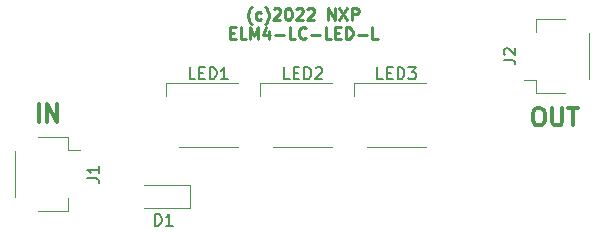
<source format=gbr>
%TF.GenerationSoftware,KiCad,Pcbnew,6.0.4-6f826c9f35~116~ubuntu20.04.1*%
%TF.CreationDate,2022-04-27T15:37:50-05:00*%
%TF.ProjectId,lc-led,6c632d6c-6564-42e6-9b69-6361645f7063,rev?*%
%TF.SameCoordinates,Original*%
%TF.FileFunction,Legend,Top*%
%TF.FilePolarity,Positive*%
%FSLAX46Y46*%
G04 Gerber Fmt 4.6, Leading zero omitted, Abs format (unit mm)*
G04 Created by KiCad (PCBNEW 6.0.4-6f826c9f35~116~ubuntu20.04.1) date 2022-04-27 15:37:50*
%MOMM*%
%LPD*%
G01*
G04 APERTURE LIST*
%ADD10C,0.300000*%
%ADD11C,0.250000*%
%ADD12C,0.150000*%
%ADD13C,0.120000*%
G04 APERTURE END LIST*
D10*
X27214285Y-41178571D02*
X27214285Y-39678571D01*
X27928571Y-41178571D02*
X27928571Y-39678571D01*
X28785714Y-41178571D01*
X28785714Y-39678571D01*
X69400000Y-39978571D02*
X69685714Y-39978571D01*
X69828571Y-40050000D01*
X69971428Y-40192857D01*
X70042857Y-40478571D01*
X70042857Y-40978571D01*
X69971428Y-41264285D01*
X69828571Y-41407142D01*
X69685714Y-41478571D01*
X69400000Y-41478571D01*
X69257142Y-41407142D01*
X69114285Y-41264285D01*
X69042857Y-40978571D01*
X69042857Y-40478571D01*
X69114285Y-40192857D01*
X69257142Y-40050000D01*
X69400000Y-39978571D01*
X70685714Y-39978571D02*
X70685714Y-41192857D01*
X70757142Y-41335714D01*
X70828571Y-41407142D01*
X70971428Y-41478571D01*
X71257142Y-41478571D01*
X71400000Y-41407142D01*
X71471428Y-41335714D01*
X71542857Y-41192857D01*
X71542857Y-39978571D01*
X72042857Y-39978571D02*
X72900000Y-39978571D01*
X72471428Y-41478571D02*
X72471428Y-39978571D01*
D11*
X45242857Y-32928333D02*
X45195238Y-32880714D01*
X45100000Y-32737857D01*
X45052380Y-32642619D01*
X45004761Y-32499761D01*
X44957142Y-32261666D01*
X44957142Y-32071190D01*
X45004761Y-31833095D01*
X45052380Y-31690238D01*
X45100000Y-31595000D01*
X45195238Y-31452142D01*
X45242857Y-31404523D01*
X46052380Y-32499761D02*
X45957142Y-32547380D01*
X45766666Y-32547380D01*
X45671428Y-32499761D01*
X45623809Y-32452142D01*
X45576190Y-32356904D01*
X45576190Y-32071190D01*
X45623809Y-31975952D01*
X45671428Y-31928333D01*
X45766666Y-31880714D01*
X45957142Y-31880714D01*
X46052380Y-31928333D01*
X46385714Y-32928333D02*
X46433333Y-32880714D01*
X46528571Y-32737857D01*
X46576190Y-32642619D01*
X46623809Y-32499761D01*
X46671428Y-32261666D01*
X46671428Y-32071190D01*
X46623809Y-31833095D01*
X46576190Y-31690238D01*
X46528571Y-31595000D01*
X46433333Y-31452142D01*
X46385714Y-31404523D01*
X47100000Y-31642619D02*
X47147619Y-31595000D01*
X47242857Y-31547380D01*
X47480952Y-31547380D01*
X47576190Y-31595000D01*
X47623809Y-31642619D01*
X47671428Y-31737857D01*
X47671428Y-31833095D01*
X47623809Y-31975952D01*
X47052380Y-32547380D01*
X47671428Y-32547380D01*
X48290476Y-31547380D02*
X48385714Y-31547380D01*
X48480952Y-31595000D01*
X48528571Y-31642619D01*
X48576190Y-31737857D01*
X48623809Y-31928333D01*
X48623809Y-32166428D01*
X48576190Y-32356904D01*
X48528571Y-32452142D01*
X48480952Y-32499761D01*
X48385714Y-32547380D01*
X48290476Y-32547380D01*
X48195238Y-32499761D01*
X48147619Y-32452142D01*
X48100000Y-32356904D01*
X48052380Y-32166428D01*
X48052380Y-31928333D01*
X48100000Y-31737857D01*
X48147619Y-31642619D01*
X48195238Y-31595000D01*
X48290476Y-31547380D01*
X49004761Y-31642619D02*
X49052380Y-31595000D01*
X49147619Y-31547380D01*
X49385714Y-31547380D01*
X49480952Y-31595000D01*
X49528571Y-31642619D01*
X49576190Y-31737857D01*
X49576190Y-31833095D01*
X49528571Y-31975952D01*
X48957142Y-32547380D01*
X49576190Y-32547380D01*
X49957142Y-31642619D02*
X50004761Y-31595000D01*
X50100000Y-31547380D01*
X50338095Y-31547380D01*
X50433333Y-31595000D01*
X50480952Y-31642619D01*
X50528571Y-31737857D01*
X50528571Y-31833095D01*
X50480952Y-31975952D01*
X49909523Y-32547380D01*
X50528571Y-32547380D01*
X51719047Y-32547380D02*
X51719047Y-31547380D01*
X52290476Y-32547380D01*
X52290476Y-31547380D01*
X52671428Y-31547380D02*
X53338095Y-32547380D01*
X53338095Y-31547380D02*
X52671428Y-32547380D01*
X53719047Y-32547380D02*
X53719047Y-31547380D01*
X54100000Y-31547380D01*
X54195238Y-31595000D01*
X54242857Y-31642619D01*
X54290476Y-31737857D01*
X54290476Y-31880714D01*
X54242857Y-31975952D01*
X54195238Y-32023571D01*
X54100000Y-32071190D01*
X53719047Y-32071190D01*
X43409523Y-33633571D02*
X43742857Y-33633571D01*
X43885714Y-34157380D02*
X43409523Y-34157380D01*
X43409523Y-33157380D01*
X43885714Y-33157380D01*
X44790476Y-34157380D02*
X44314285Y-34157380D01*
X44314285Y-33157380D01*
X45123809Y-34157380D02*
X45123809Y-33157380D01*
X45457142Y-33871666D01*
X45790476Y-33157380D01*
X45790476Y-34157380D01*
X46695238Y-33490714D02*
X46695238Y-34157380D01*
X46457142Y-33109761D02*
X46219047Y-33824047D01*
X46838095Y-33824047D01*
X47219047Y-33776428D02*
X47980952Y-33776428D01*
X48933333Y-34157380D02*
X48457142Y-34157380D01*
X48457142Y-33157380D01*
X49838095Y-34062142D02*
X49790476Y-34109761D01*
X49647619Y-34157380D01*
X49552380Y-34157380D01*
X49409523Y-34109761D01*
X49314285Y-34014523D01*
X49266666Y-33919285D01*
X49219047Y-33728809D01*
X49219047Y-33585952D01*
X49266666Y-33395476D01*
X49314285Y-33300238D01*
X49409523Y-33205000D01*
X49552380Y-33157380D01*
X49647619Y-33157380D01*
X49790476Y-33205000D01*
X49838095Y-33252619D01*
X50266666Y-33776428D02*
X51028571Y-33776428D01*
X51980952Y-34157380D02*
X51504761Y-34157380D01*
X51504761Y-33157380D01*
X52314285Y-33633571D02*
X52647619Y-33633571D01*
X52790476Y-34157380D02*
X52314285Y-34157380D01*
X52314285Y-33157380D01*
X52790476Y-33157380D01*
X53219047Y-34157380D02*
X53219047Y-33157380D01*
X53457142Y-33157380D01*
X53600000Y-33205000D01*
X53695238Y-33300238D01*
X53742857Y-33395476D01*
X53790476Y-33585952D01*
X53790476Y-33728809D01*
X53742857Y-33919285D01*
X53695238Y-34014523D01*
X53600000Y-34109761D01*
X53457142Y-34157380D01*
X53219047Y-34157380D01*
X54219047Y-33776428D02*
X54980952Y-33776428D01*
X55933333Y-34157380D02*
X55457142Y-34157380D01*
X55457142Y-33157380D01*
D12*
%TO.C,LED2*%
X48466738Y-37552380D02*
X47990547Y-37552380D01*
X47990547Y-36552380D01*
X48800071Y-37028571D02*
X49133405Y-37028571D01*
X49276262Y-37552380D02*
X48800071Y-37552380D01*
X48800071Y-36552380D01*
X49276262Y-36552380D01*
X49704833Y-37552380D02*
X49704833Y-36552380D01*
X49942928Y-36552380D01*
X50085786Y-36600000D01*
X50181024Y-36695238D01*
X50228643Y-36790476D01*
X50276262Y-36980952D01*
X50276262Y-37123809D01*
X50228643Y-37314285D01*
X50181024Y-37409523D01*
X50085786Y-37504761D01*
X49942928Y-37552380D01*
X49704833Y-37552380D01*
X50657214Y-36647619D02*
X50704833Y-36600000D01*
X50800071Y-36552380D01*
X51038166Y-36552380D01*
X51133405Y-36600000D01*
X51181024Y-36647619D01*
X51228643Y-36742857D01*
X51228643Y-36838095D01*
X51181024Y-36980952D01*
X50609595Y-37552380D01*
X51228643Y-37552380D01*
%TO.C,D1*%
X37047690Y-49952380D02*
X37047690Y-48952380D01*
X37285786Y-48952380D01*
X37428643Y-49000000D01*
X37523881Y-49095238D01*
X37571500Y-49190476D01*
X37619119Y-49380952D01*
X37619119Y-49523809D01*
X37571500Y-49714285D01*
X37523881Y-49809523D01*
X37428643Y-49904761D01*
X37285786Y-49952380D01*
X37047690Y-49952380D01*
X38571500Y-49952380D02*
X38000071Y-49952380D01*
X38285786Y-49952380D02*
X38285786Y-48952380D01*
X38190547Y-49095238D01*
X38095309Y-49190476D01*
X38000071Y-49238095D01*
%TO.C,J1*%
X31332380Y-45933333D02*
X32046666Y-45933333D01*
X32189523Y-45980952D01*
X32284761Y-46076190D01*
X32332380Y-46219047D01*
X32332380Y-46314285D01*
X32332380Y-44933333D02*
X32332380Y-45504761D01*
X32332380Y-45219047D02*
X31332380Y-45219047D01*
X31475238Y-45314285D01*
X31570476Y-45409523D01*
X31618095Y-45504761D01*
%TO.C,LED1*%
X40466738Y-37552380D02*
X39990547Y-37552380D01*
X39990547Y-36552380D01*
X40800071Y-37028571D02*
X41133405Y-37028571D01*
X41276262Y-37552380D02*
X40800071Y-37552380D01*
X40800071Y-36552380D01*
X41276262Y-36552380D01*
X41704833Y-37552380D02*
X41704833Y-36552380D01*
X41942928Y-36552380D01*
X42085786Y-36600000D01*
X42181024Y-36695238D01*
X42228643Y-36790476D01*
X42276262Y-36980952D01*
X42276262Y-37123809D01*
X42228643Y-37314285D01*
X42181024Y-37409523D01*
X42085786Y-37504761D01*
X41942928Y-37552380D01*
X41704833Y-37552380D01*
X43228643Y-37552380D02*
X42657214Y-37552380D01*
X42942928Y-37552380D02*
X42942928Y-36552380D01*
X42847690Y-36695238D01*
X42752452Y-36790476D01*
X42657214Y-36838095D01*
%TO.C,LED3*%
X56366738Y-37552380D02*
X55890547Y-37552380D01*
X55890547Y-36552380D01*
X56700071Y-37028571D02*
X57033405Y-37028571D01*
X57176262Y-37552380D02*
X56700071Y-37552380D01*
X56700071Y-36552380D01*
X57176262Y-36552380D01*
X57604833Y-37552380D02*
X57604833Y-36552380D01*
X57842928Y-36552380D01*
X57985786Y-36600000D01*
X58081024Y-36695238D01*
X58128643Y-36790476D01*
X58176262Y-36980952D01*
X58176262Y-37123809D01*
X58128643Y-37314285D01*
X58081024Y-37409523D01*
X57985786Y-37504761D01*
X57842928Y-37552380D01*
X57604833Y-37552380D01*
X58509595Y-36552380D02*
X59128643Y-36552380D01*
X58795309Y-36933333D01*
X58938166Y-36933333D01*
X59033405Y-36980952D01*
X59081024Y-37028571D01*
X59128643Y-37123809D01*
X59128643Y-37361904D01*
X59081024Y-37457142D01*
X59033405Y-37504761D01*
X58938166Y-37552380D01*
X58652452Y-37552380D01*
X58557214Y-37504761D01*
X58509595Y-37457142D01*
%TO.C,J2*%
X66572380Y-35933333D02*
X67286666Y-35933333D01*
X67429523Y-35980952D01*
X67524761Y-36076190D01*
X67572380Y-36219047D01*
X67572380Y-36314285D01*
X66667619Y-35504761D02*
X66620000Y-35457142D01*
X66572380Y-35361904D01*
X66572380Y-35123809D01*
X66620000Y-35028571D01*
X66667619Y-34980952D01*
X66762857Y-34933333D01*
X66858095Y-34933333D01*
X67000952Y-34980952D01*
X67572380Y-35552380D01*
X67572380Y-34933333D01*
D13*
%TO.C,LED2*%
X45985786Y-39000000D02*
X45985786Y-37900000D01*
X45985786Y-37900000D02*
X52085786Y-37900000D01*
X52085786Y-43300000D02*
X47085786Y-43300000D01*
%TO.C,D1*%
X40035786Y-46500000D02*
X36135786Y-46500000D01*
X40035786Y-48500000D02*
X40035786Y-46500000D01*
X40035786Y-48500000D02*
X36135786Y-48500000D01*
%TO.C,J1*%
X27185000Y-42490000D02*
X29685000Y-42490000D01*
X29685000Y-48710000D02*
X29685000Y-47660000D01*
X29685000Y-42490000D02*
X29685000Y-43540000D01*
X27185000Y-48710000D02*
X29685000Y-48710000D01*
X25215000Y-43660000D02*
X25215000Y-47540000D01*
X29685000Y-43540000D02*
X30675000Y-43540000D01*
%TO.C,LED1*%
X37985786Y-37900000D02*
X44085786Y-37900000D01*
X37985786Y-39000000D02*
X37985786Y-37900000D01*
X44085786Y-43300000D02*
X39085786Y-43300000D01*
%TO.C,LED3*%
X59985786Y-43300000D02*
X54985786Y-43300000D01*
X53885786Y-39000000D02*
X53885786Y-37900000D01*
X53885786Y-37900000D02*
X59985786Y-37900000D01*
%TO.C,J2*%
X69315000Y-37660000D02*
X68325000Y-37660000D01*
X71815000Y-32490000D02*
X69315000Y-32490000D01*
X69315000Y-32490000D02*
X69315000Y-33540000D01*
X71815000Y-38710000D02*
X69315000Y-38710000D01*
X73785000Y-37540000D02*
X73785000Y-33660000D01*
X69315000Y-38710000D02*
X69315000Y-37660000D01*
%TD*%
M02*

</source>
